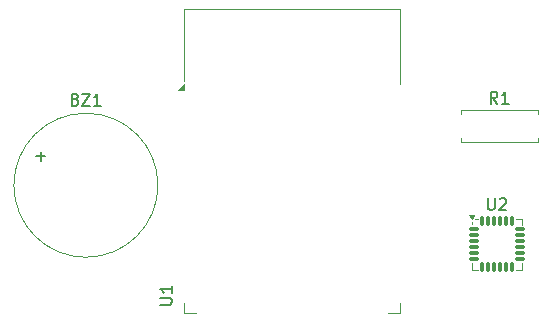
<source format=gto>
G04 #@! TF.GenerationSoftware,KiCad,Pcbnew,8.0.8*
G04 #@! TF.CreationDate,2025-05-02T10:21:31-04:00*
G04 #@! TF.ProjectId,esp32,65737033-322e-46b6-9963-61645f706362,rev?*
G04 #@! TF.SameCoordinates,Original*
G04 #@! TF.FileFunction,Legend,Top*
G04 #@! TF.FilePolarity,Positive*
%FSLAX46Y46*%
G04 Gerber Fmt 4.6, Leading zero omitted, Abs format (unit mm)*
G04 Created by KiCad (PCBNEW 8.0.8) date 2025-05-02 10:21:31*
%MOMM*%
%LPD*%
G01*
G04 APERTURE LIST*
G04 Aperture macros list*
%AMRoundRect*
0 Rectangle with rounded corners*
0 $1 Rounding radius*
0 $2 $3 $4 $5 $6 $7 $8 $9 X,Y pos of 4 corners*
0 Add a 4 corners polygon primitive as box body*
4,1,4,$2,$3,$4,$5,$6,$7,$8,$9,$2,$3,0*
0 Add four circle primitives for the rounded corners*
1,1,$1+$1,$2,$3*
1,1,$1+$1,$4,$5*
1,1,$1+$1,$6,$7*
1,1,$1+$1,$8,$9*
0 Add four rect primitives between the rounded corners*
20,1,$1+$1,$2,$3,$4,$5,0*
20,1,$1+$1,$4,$5,$6,$7,0*
20,1,$1+$1,$6,$7,$8,$9,0*
20,1,$1+$1,$8,$9,$2,$3,0*%
G04 Aperture macros list end*
%ADD10C,0.150000*%
%ADD11C,0.120000*%
%ADD12R,2.000000X2.000000*%
%ADD13C,2.000000*%
%ADD14RoundRect,0.075000X-0.350000X-0.075000X0.350000X-0.075000X0.350000X0.075000X-0.350000X0.075000X0*%
%ADD15RoundRect,0.075000X0.075000X-0.350000X0.075000X0.350000X-0.075000X0.350000X-0.075000X-0.350000X0*%
%ADD16R,1.500000X0.900000*%
%ADD17R,0.900000X1.500000*%
%ADD18C,0.600000*%
%ADD19R,4.200000X4.200000*%
%ADD20C,1.600000*%
%ADD21O,1.600000X1.600000*%
G04 APERTURE END LIST*
D10*
X120119047Y-91731009D02*
X120261904Y-91778628D01*
X120261904Y-91778628D02*
X120309523Y-91826247D01*
X120309523Y-91826247D02*
X120357142Y-91921485D01*
X120357142Y-91921485D02*
X120357142Y-92064342D01*
X120357142Y-92064342D02*
X120309523Y-92159580D01*
X120309523Y-92159580D02*
X120261904Y-92207200D01*
X120261904Y-92207200D02*
X120166666Y-92254819D01*
X120166666Y-92254819D02*
X119785714Y-92254819D01*
X119785714Y-92254819D02*
X119785714Y-91254819D01*
X119785714Y-91254819D02*
X120119047Y-91254819D01*
X120119047Y-91254819D02*
X120214285Y-91302438D01*
X120214285Y-91302438D02*
X120261904Y-91350057D01*
X120261904Y-91350057D02*
X120309523Y-91445295D01*
X120309523Y-91445295D02*
X120309523Y-91540533D01*
X120309523Y-91540533D02*
X120261904Y-91635771D01*
X120261904Y-91635771D02*
X120214285Y-91683390D01*
X120214285Y-91683390D02*
X120119047Y-91731009D01*
X120119047Y-91731009D02*
X119785714Y-91731009D01*
X120690476Y-91254819D02*
X121357142Y-91254819D01*
X121357142Y-91254819D02*
X120690476Y-92254819D01*
X120690476Y-92254819D02*
X121357142Y-92254819D01*
X122261904Y-92254819D02*
X121690476Y-92254819D01*
X121976190Y-92254819D02*
X121976190Y-91254819D01*
X121976190Y-91254819D02*
X121880952Y-91397676D01*
X121880952Y-91397676D02*
X121785714Y-91492914D01*
X121785714Y-91492914D02*
X121690476Y-91540533D01*
X116809048Y-96533866D02*
X117570953Y-96533866D01*
X117190000Y-96914819D02*
X117190000Y-96152914D01*
X155038095Y-100079819D02*
X155038095Y-100889342D01*
X155038095Y-100889342D02*
X155085714Y-100984580D01*
X155085714Y-100984580D02*
X155133333Y-101032200D01*
X155133333Y-101032200D02*
X155228571Y-101079819D01*
X155228571Y-101079819D02*
X155419047Y-101079819D01*
X155419047Y-101079819D02*
X155514285Y-101032200D01*
X155514285Y-101032200D02*
X155561904Y-100984580D01*
X155561904Y-100984580D02*
X155609523Y-100889342D01*
X155609523Y-100889342D02*
X155609523Y-100079819D01*
X156038095Y-100175057D02*
X156085714Y-100127438D01*
X156085714Y-100127438D02*
X156180952Y-100079819D01*
X156180952Y-100079819D02*
X156419047Y-100079819D01*
X156419047Y-100079819D02*
X156514285Y-100127438D01*
X156514285Y-100127438D02*
X156561904Y-100175057D01*
X156561904Y-100175057D02*
X156609523Y-100270295D01*
X156609523Y-100270295D02*
X156609523Y-100365533D01*
X156609523Y-100365533D02*
X156561904Y-100508390D01*
X156561904Y-100508390D02*
X155990476Y-101079819D01*
X155990476Y-101079819D02*
X156609523Y-101079819D01*
X127287319Y-109101904D02*
X128096842Y-109101904D01*
X128096842Y-109101904D02*
X128192080Y-109054285D01*
X128192080Y-109054285D02*
X128239700Y-109006666D01*
X128239700Y-109006666D02*
X128287319Y-108911428D01*
X128287319Y-108911428D02*
X128287319Y-108720952D01*
X128287319Y-108720952D02*
X128239700Y-108625714D01*
X128239700Y-108625714D02*
X128192080Y-108578095D01*
X128192080Y-108578095D02*
X128096842Y-108530476D01*
X128096842Y-108530476D02*
X127287319Y-108530476D01*
X128287319Y-107530476D02*
X128287319Y-108101904D01*
X128287319Y-107816190D02*
X127287319Y-107816190D01*
X127287319Y-107816190D02*
X127430176Y-107911428D01*
X127430176Y-107911428D02*
X127525414Y-108006666D01*
X127525414Y-108006666D02*
X127573033Y-108101904D01*
X155833333Y-92084819D02*
X155500000Y-91608628D01*
X155261905Y-92084819D02*
X155261905Y-91084819D01*
X155261905Y-91084819D02*
X155642857Y-91084819D01*
X155642857Y-91084819D02*
X155738095Y-91132438D01*
X155738095Y-91132438D02*
X155785714Y-91180057D01*
X155785714Y-91180057D02*
X155833333Y-91275295D01*
X155833333Y-91275295D02*
X155833333Y-91418152D01*
X155833333Y-91418152D02*
X155785714Y-91513390D01*
X155785714Y-91513390D02*
X155738095Y-91561009D01*
X155738095Y-91561009D02*
X155642857Y-91608628D01*
X155642857Y-91608628D02*
X155261905Y-91608628D01*
X156785714Y-92084819D02*
X156214286Y-92084819D01*
X156500000Y-92084819D02*
X156500000Y-91084819D01*
X156500000Y-91084819D02*
X156404762Y-91227676D01*
X156404762Y-91227676D02*
X156309524Y-91322914D01*
X156309524Y-91322914D02*
X156214286Y-91370533D01*
D11*
X127100000Y-99000000D02*
G75*
G02*
X114900000Y-99000000I-6100000J0D01*
G01*
X114900000Y-99000000D02*
G75*
G02*
X127100000Y-99000000I6100000J0D01*
G01*
X153650000Y-102315000D02*
X153650000Y-102090000D01*
X153650000Y-106150000D02*
X153650000Y-105625000D01*
X153650000Y-106150000D02*
X154175000Y-106150000D01*
X154175000Y-101850000D02*
X153950000Y-101850000D01*
X157950000Y-101850000D02*
X157425000Y-101850000D01*
X157950000Y-101850000D02*
X157950000Y-102375000D01*
X157950000Y-106150000D02*
X157425000Y-106150000D01*
X157950000Y-106150000D02*
X157950000Y-105625000D01*
X153650000Y-101850000D02*
X153410000Y-101520000D01*
X153890000Y-101520000D01*
X153650000Y-101850000D01*
G36*
X153650000Y-101850000D02*
G01*
X153410000Y-101520000D01*
X153890000Y-101520000D01*
X153650000Y-101850000D01*
G37*
X129322500Y-84050000D02*
X129322500Y-90210000D01*
X129322500Y-84050000D02*
X147562500Y-84050000D01*
X129322500Y-109010000D02*
X129322500Y-109790000D01*
X129322500Y-109790000D02*
X130322500Y-109790000D01*
X147562500Y-84050000D02*
X147562500Y-90465000D01*
X147562500Y-109010000D02*
X147562500Y-109790000D01*
X147562500Y-109790000D02*
X146562500Y-109790000D01*
X129317500Y-90935000D02*
X128817500Y-90935000D01*
X129317500Y-90435000D01*
X129317500Y-90935000D01*
G36*
X129317500Y-90935000D02*
G01*
X128817500Y-90935000D01*
X129317500Y-90435000D01*
X129317500Y-90935000D01*
G37*
X152730000Y-92630000D02*
X159270000Y-92630000D01*
X152730000Y-92960000D02*
X152730000Y-92630000D01*
X152730000Y-95040000D02*
X152730000Y-95370000D01*
X152730000Y-95370000D02*
X159270000Y-95370000D01*
X159270000Y-92630000D02*
X159270000Y-92960000D01*
X159270000Y-95370000D02*
X159270000Y-95040000D01*
%LPC*%
D12*
X117200000Y-99000000D03*
D13*
X124800000Y-99000000D03*
D14*
X153850000Y-102750000D03*
X153850000Y-103250000D03*
X153850000Y-103750000D03*
X153850000Y-104250000D03*
X153850000Y-104750000D03*
X153850000Y-105250000D03*
D15*
X154550000Y-105950000D03*
X155050000Y-105950000D03*
X155550000Y-105950000D03*
X156050000Y-105950000D03*
X156550000Y-105950000D03*
X157050000Y-105950000D03*
D14*
X157750000Y-105250000D03*
X157750000Y-104750000D03*
X157750000Y-104250000D03*
X157750000Y-103750000D03*
X157750000Y-103250000D03*
X157750000Y-102750000D03*
D15*
X157050000Y-102050000D03*
X156550000Y-102050000D03*
X156050000Y-102050000D03*
X155550000Y-102050000D03*
X155050000Y-102050000D03*
X154550000Y-102050000D03*
D16*
X129692500Y-91660000D03*
X129692500Y-92930000D03*
X129692500Y-94200000D03*
X129692500Y-95470000D03*
X129692500Y-96740000D03*
X129692500Y-98010000D03*
X129692500Y-99280000D03*
X129692500Y-100550000D03*
X129692500Y-101820000D03*
X129692500Y-103090000D03*
X129692500Y-104360000D03*
X129692500Y-105630000D03*
X129692500Y-106900000D03*
X129692500Y-108170000D03*
D17*
X132732500Y-109420000D03*
X134002500Y-109420000D03*
X135272500Y-109420000D03*
X136542500Y-109420000D03*
X137812500Y-109420000D03*
X139082500Y-109420000D03*
X140352500Y-109420000D03*
X141622500Y-109420000D03*
X142892500Y-109420000D03*
X144162500Y-109420000D03*
D16*
X147192500Y-108170000D03*
X147192500Y-106900000D03*
X147192500Y-105630000D03*
X147192500Y-104360000D03*
X147192500Y-103090000D03*
X147192500Y-101820000D03*
X147192500Y-100550000D03*
X147192500Y-99280000D03*
X147192500Y-98010000D03*
X147192500Y-96740000D03*
X147192500Y-95470000D03*
X147192500Y-94200000D03*
X147192500Y-92930000D03*
X147192500Y-91660000D03*
D18*
X136237500Y-98237500D03*
X136237500Y-99762500D03*
X137000000Y-97475000D03*
X137000000Y-99000000D03*
X137000000Y-100525000D03*
X137762500Y-98237500D03*
D19*
X137762500Y-99000000D03*
D18*
X137762500Y-99762500D03*
X138525000Y-97475000D03*
X138525000Y-99000000D03*
X138525000Y-100525000D03*
X139287500Y-98237500D03*
X139287500Y-99762500D03*
D20*
X152190000Y-94000000D03*
D21*
X159810000Y-94000000D03*
%LPD*%
M02*

</source>
